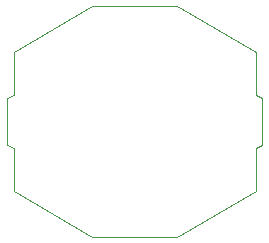
<source format=gbr>
%TF.GenerationSoftware,KiCad,Pcbnew,8.0.4*%
%TF.CreationDate,2024-10-23T12:58:23+11:00*%
%TF.ProjectId,Micron_Logo_LED,4d696372-6f6e-45f4-9c6f-676f5f4c4544,rev?*%
%TF.SameCoordinates,Original*%
%TF.FileFunction,Profile,NP*%
%FSLAX46Y46*%
G04 Gerber Fmt 4.6, Leading zero omitted, Abs format (unit mm)*
G04 Created by KiCad (PCBNEW 8.0.4) date 2024-10-23 12:58:23*
%MOMM*%
%LPD*%
G01*
G04 APERTURE LIST*
%TA.AperFunction,Profile*%
%ADD10C,0.100000*%
%TD*%
G04 APERTURE END LIST*
D10*
X162454000Y-99007466D02*
X162454000Y-95370160D01*
X148591495Y-91538000D02*
X141954000Y-95370160D01*
X141954000Y-107205840D02*
X148591495Y-111038000D01*
X162454000Y-103568534D02*
X163004000Y-103250991D01*
X141954000Y-95370160D02*
X141954000Y-99007466D01*
X155816505Y-91538000D02*
X148591495Y-91538000D01*
X141954000Y-103568534D02*
X141954000Y-107205840D01*
X141404000Y-103250991D02*
X141954000Y-103568534D01*
X141404000Y-99325009D02*
X141404000Y-103250991D01*
X163004000Y-99325009D02*
X162454000Y-99007466D01*
X163004000Y-103250991D02*
X163004000Y-99325009D01*
X162454000Y-95370160D02*
X155816505Y-91538000D01*
X155816505Y-111038000D02*
X162454000Y-107205840D01*
X148591495Y-111038000D02*
X155816505Y-111038000D01*
X141954000Y-99007466D02*
X141404000Y-99325009D01*
X162454000Y-107205840D02*
X162454000Y-103568534D01*
M02*

</source>
